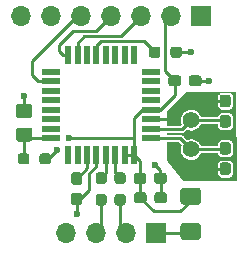
<source format=gtl>
G04 #@! TF.GenerationSoftware,KiCad,Pcbnew,(5.1.10)-1*
G04 #@! TF.CreationDate,2021-07-25T13:55:37-07:00*
G04 #@! TF.ProjectId,stat-monitor,73746174-2d6d-46f6-9e69-746f722e6b69,rev?*
G04 #@! TF.SameCoordinates,Original*
G04 #@! TF.FileFunction,Copper,L1,Top*
G04 #@! TF.FilePolarity,Positive*
%FSLAX46Y46*%
G04 Gerber Fmt 4.6, Leading zero omitted, Abs format (unit mm)*
G04 Created by KiCad (PCBNEW (5.1.10)-1) date 2021-07-25 13:55:37*
%MOMM*%
%LPD*%
G01*
G04 APERTURE LIST*
G04 #@! TA.AperFunction,ComponentPad*
%ADD10O,1.700000X1.700000*%
G04 #@! TD*
G04 #@! TA.AperFunction,ComponentPad*
%ADD11R,1.700000X1.700000*%
G04 #@! TD*
G04 #@! TA.AperFunction,SMDPad,CuDef*
%ADD12R,1.600000X0.550000*%
G04 #@! TD*
G04 #@! TA.AperFunction,SMDPad,CuDef*
%ADD13R,0.550000X1.600000*%
G04 #@! TD*
G04 #@! TA.AperFunction,ComponentPad*
%ADD14C,1.400000*%
G04 #@! TD*
G04 #@! TA.AperFunction,ViaPad*
%ADD15C,0.600000*%
G04 #@! TD*
G04 #@! TA.AperFunction,Conductor*
%ADD16C,0.250000*%
G04 #@! TD*
G04 #@! TA.AperFunction,Conductor*
%ADD17C,0.040000*%
G04 #@! TD*
G04 #@! TA.AperFunction,Conductor*
%ADD18C,0.100000*%
G04 #@! TD*
G04 APERTURE END LIST*
D10*
X176990000Y-120300000D03*
X179530000Y-120300000D03*
X182070000Y-120300000D03*
D11*
X184610000Y-120300000D03*
G04 #@! TA.AperFunction,SMDPad,CuDef*
G36*
G01*
X190262500Y-112619500D02*
X190737500Y-112619500D01*
G75*
G02*
X190975000Y-112857000I0J-237500D01*
G01*
X190975000Y-113457000D01*
G75*
G02*
X190737500Y-113694500I-237500J0D01*
G01*
X190262500Y-113694500D01*
G75*
G02*
X190025000Y-113457000I0J237500D01*
G01*
X190025000Y-112857000D01*
G75*
G02*
X190262500Y-112619500I237500J0D01*
G01*
G37*
G04 #@! TD.AperFunction*
G04 #@! TA.AperFunction,SMDPad,CuDef*
G36*
G01*
X190262500Y-114344500D02*
X190737500Y-114344500D01*
G75*
G02*
X190975000Y-114582000I0J-237500D01*
G01*
X190975000Y-115182000D01*
G75*
G02*
X190737500Y-115419500I-237500J0D01*
G01*
X190262500Y-115419500D01*
G75*
G02*
X190025000Y-115182000I0J237500D01*
G01*
X190025000Y-114582000D01*
G75*
G02*
X190262500Y-114344500I237500J0D01*
G01*
G37*
G04 #@! TD.AperFunction*
G04 #@! TA.AperFunction,SMDPad,CuDef*
G36*
G01*
X190737500Y-109683500D02*
X190262500Y-109683500D01*
G75*
G02*
X190025000Y-109446000I0J237500D01*
G01*
X190025000Y-108846000D01*
G75*
G02*
X190262500Y-108608500I237500J0D01*
G01*
X190737500Y-108608500D01*
G75*
G02*
X190975000Y-108846000I0J-237500D01*
G01*
X190975000Y-109446000D01*
G75*
G02*
X190737500Y-109683500I-237500J0D01*
G01*
G37*
G04 #@! TD.AperFunction*
G04 #@! TA.AperFunction,SMDPad,CuDef*
G36*
G01*
X190737500Y-111408500D02*
X190262500Y-111408500D01*
G75*
G02*
X190025000Y-111171000I0J237500D01*
G01*
X190025000Y-110571000D01*
G75*
G02*
X190262500Y-110333500I237500J0D01*
G01*
X190737500Y-110333500D01*
G75*
G02*
X190975000Y-110571000I0J-237500D01*
G01*
X190975000Y-111171000D01*
G75*
G02*
X190737500Y-111408500I-237500J0D01*
G01*
G37*
G04 #@! TD.AperFunction*
G04 #@! TA.AperFunction,SMDPad,CuDef*
G36*
G01*
X177689500Y-116911000D02*
X178164500Y-116911000D01*
G75*
G02*
X178402000Y-117148500I0J-237500D01*
G01*
X178402000Y-117748500D01*
G75*
G02*
X178164500Y-117986000I-237500J0D01*
G01*
X177689500Y-117986000D01*
G75*
G02*
X177452000Y-117748500I0J237500D01*
G01*
X177452000Y-117148500D01*
G75*
G02*
X177689500Y-116911000I237500J0D01*
G01*
G37*
G04 #@! TD.AperFunction*
G04 #@! TA.AperFunction,SMDPad,CuDef*
G36*
G01*
X177689500Y-115186000D02*
X178164500Y-115186000D01*
G75*
G02*
X178402000Y-115423500I0J-237500D01*
G01*
X178402000Y-116023500D01*
G75*
G02*
X178164500Y-116261000I-237500J0D01*
G01*
X177689500Y-116261000D01*
G75*
G02*
X177452000Y-116023500I0J237500D01*
G01*
X177452000Y-115423500D01*
G75*
G02*
X177689500Y-115186000I237500J0D01*
G01*
G37*
G04 #@! TD.AperFunction*
G04 #@! TA.AperFunction,SMDPad,CuDef*
G36*
G01*
X182750000Y-115934500D02*
X182750000Y-115459500D01*
G75*
G02*
X182987500Y-115222000I237500J0D01*
G01*
X183587500Y-115222000D01*
G75*
G02*
X183825000Y-115459500I0J-237500D01*
G01*
X183825000Y-115934500D01*
G75*
G02*
X183587500Y-116172000I-237500J0D01*
G01*
X182987500Y-116172000D01*
G75*
G02*
X182750000Y-115934500I0J237500D01*
G01*
G37*
G04 #@! TD.AperFunction*
G04 #@! TA.AperFunction,SMDPad,CuDef*
G36*
G01*
X184475000Y-115934500D02*
X184475000Y-115459500D01*
G75*
G02*
X184712500Y-115222000I237500J0D01*
G01*
X185312500Y-115222000D01*
G75*
G02*
X185550000Y-115459500I0J-237500D01*
G01*
X185550000Y-115934500D01*
G75*
G02*
X185312500Y-116172000I-237500J0D01*
G01*
X184712500Y-116172000D01*
G75*
G02*
X184475000Y-115934500I0J237500D01*
G01*
G37*
G04 #@! TD.AperFunction*
G04 #@! TA.AperFunction,SMDPad,CuDef*
G36*
G01*
X184501500Y-117585500D02*
X184501500Y-117110500D01*
G75*
G02*
X184739000Y-116873000I237500J0D01*
G01*
X185339000Y-116873000D01*
G75*
G02*
X185576500Y-117110500I0J-237500D01*
G01*
X185576500Y-117585500D01*
G75*
G02*
X185339000Y-117823000I-237500J0D01*
G01*
X184739000Y-117823000D01*
G75*
G02*
X184501500Y-117585500I0J237500D01*
G01*
G37*
G04 #@! TD.AperFunction*
G04 #@! TA.AperFunction,SMDPad,CuDef*
G36*
G01*
X182776500Y-117585500D02*
X182776500Y-117110500D01*
G75*
G02*
X183014000Y-116873000I237500J0D01*
G01*
X183614000Y-116873000D01*
G75*
G02*
X183851500Y-117110500I0J-237500D01*
G01*
X183851500Y-117585500D01*
G75*
G02*
X183614000Y-117823000I-237500J0D01*
G01*
X183014000Y-117823000D01*
G75*
G02*
X182776500Y-117585500I0J237500D01*
G01*
G37*
G04 #@! TD.AperFunction*
G04 #@! TA.AperFunction,SMDPad,CuDef*
G36*
G01*
X185697500Y-107679500D02*
X185697500Y-107204500D01*
G75*
G02*
X185935000Y-106967000I237500J0D01*
G01*
X186535000Y-106967000D01*
G75*
G02*
X186772500Y-107204500I0J-237500D01*
G01*
X186772500Y-107679500D01*
G75*
G02*
X186535000Y-107917000I-237500J0D01*
G01*
X185935000Y-107917000D01*
G75*
G02*
X185697500Y-107679500I0J237500D01*
G01*
G37*
G04 #@! TD.AperFunction*
G04 #@! TA.AperFunction,SMDPad,CuDef*
G36*
G01*
X187422500Y-107679500D02*
X187422500Y-107204500D01*
G75*
G02*
X187660000Y-106967000I237500J0D01*
G01*
X188260000Y-106967000D01*
G75*
G02*
X188497500Y-107204500I0J-237500D01*
G01*
X188497500Y-107679500D01*
G75*
G02*
X188260000Y-107917000I-237500J0D01*
G01*
X187660000Y-107917000D01*
G75*
G02*
X187422500Y-107679500I0J237500D01*
G01*
G37*
G04 #@! TD.AperFunction*
G04 #@! TA.AperFunction,SMDPad,CuDef*
G36*
G01*
X188204000Y-120908500D02*
X186954000Y-120908500D01*
G75*
G02*
X186704000Y-120658500I0J250000D01*
G01*
X186704000Y-119733500D01*
G75*
G02*
X186954000Y-119483500I250000J0D01*
G01*
X188204000Y-119483500D01*
G75*
G02*
X188454000Y-119733500I0J-250000D01*
G01*
X188454000Y-120658500D01*
G75*
G02*
X188204000Y-120908500I-250000J0D01*
G01*
G37*
G04 #@! TD.AperFunction*
G04 #@! TA.AperFunction,SMDPad,CuDef*
G36*
G01*
X188204000Y-117933500D02*
X186954000Y-117933500D01*
G75*
G02*
X186704000Y-117683500I0J250000D01*
G01*
X186704000Y-116758500D01*
G75*
G02*
X186954000Y-116508500I250000J0D01*
G01*
X188204000Y-116508500D01*
G75*
G02*
X188454000Y-116758500I0J-250000D01*
G01*
X188454000Y-117683500D01*
G75*
G02*
X188204000Y-117933500I-250000J0D01*
G01*
G37*
G04 #@! TD.AperFunction*
X188420000Y-101981000D03*
D10*
X185880000Y-101981000D03*
X183340000Y-101981000D03*
X180800000Y-101981000D03*
X178260000Y-101981000D03*
X175720000Y-101981000D03*
X173180000Y-101981000D03*
G04 #@! TA.AperFunction,SMDPad,CuDef*
G36*
G01*
X179762500Y-115200000D02*
X180237500Y-115200000D01*
G75*
G02*
X180475000Y-115437500I0J-237500D01*
G01*
X180475000Y-115937500D01*
G75*
G02*
X180237500Y-116175000I-237500J0D01*
G01*
X179762500Y-116175000D01*
G75*
G02*
X179525000Y-115937500I0J237500D01*
G01*
X179525000Y-115437500D01*
G75*
G02*
X179762500Y-115200000I237500J0D01*
G01*
G37*
G04 #@! TD.AperFunction*
G04 #@! TA.AperFunction,SMDPad,CuDef*
G36*
G01*
X179762500Y-117025000D02*
X180237500Y-117025000D01*
G75*
G02*
X180475000Y-117262500I0J-237500D01*
G01*
X180475000Y-117762500D01*
G75*
G02*
X180237500Y-118000000I-237500J0D01*
G01*
X179762500Y-118000000D01*
G75*
G02*
X179525000Y-117762500I0J237500D01*
G01*
X179525000Y-117262500D01*
G75*
G02*
X179762500Y-117025000I237500J0D01*
G01*
G37*
G04 #@! TD.AperFunction*
G04 #@! TA.AperFunction,SMDPad,CuDef*
G36*
G01*
X181362500Y-117025000D02*
X181837500Y-117025000D01*
G75*
G02*
X182075000Y-117262500I0J-237500D01*
G01*
X182075000Y-117762500D01*
G75*
G02*
X181837500Y-118000000I-237500J0D01*
G01*
X181362500Y-118000000D01*
G75*
G02*
X181125000Y-117762500I0J237500D01*
G01*
X181125000Y-117262500D01*
G75*
G02*
X181362500Y-117025000I237500J0D01*
G01*
G37*
G04 #@! TD.AperFunction*
G04 #@! TA.AperFunction,SMDPad,CuDef*
G36*
G01*
X181362500Y-115200000D02*
X181837500Y-115200000D01*
G75*
G02*
X182075000Y-115437500I0J-237500D01*
G01*
X182075000Y-115937500D01*
G75*
G02*
X181837500Y-116175000I-237500J0D01*
G01*
X181362500Y-116175000D01*
G75*
G02*
X181125000Y-115937500I0J237500D01*
G01*
X181125000Y-115437500D01*
G75*
G02*
X181362500Y-115200000I237500J0D01*
G01*
G37*
G04 #@! TD.AperFunction*
G04 #@! TA.AperFunction,SMDPad,CuDef*
G36*
G01*
X172947500Y-114283500D02*
X172947500Y-113808500D01*
G75*
G02*
X173185000Y-113571000I237500J0D01*
G01*
X173685000Y-113571000D01*
G75*
G02*
X173922500Y-113808500I0J-237500D01*
G01*
X173922500Y-114283500D01*
G75*
G02*
X173685000Y-114521000I-237500J0D01*
G01*
X173185000Y-114521000D01*
G75*
G02*
X172947500Y-114283500I0J237500D01*
G01*
G37*
G04 #@! TD.AperFunction*
G04 #@! TA.AperFunction,SMDPad,CuDef*
G36*
G01*
X174772500Y-114283500D02*
X174772500Y-113808500D01*
G75*
G02*
X175010000Y-113571000I237500J0D01*
G01*
X175510000Y-113571000D01*
G75*
G02*
X175747500Y-113808500I0J-237500D01*
G01*
X175747500Y-114283500D01*
G75*
G02*
X175510000Y-114521000I-237500J0D01*
G01*
X175010000Y-114521000D01*
G75*
G02*
X174772500Y-114283500I0J237500D01*
G01*
G37*
G04 #@! TD.AperFunction*
G04 #@! TA.AperFunction,SMDPad,CuDef*
G36*
G01*
X185018500Y-104791500D02*
X185018500Y-105266500D01*
G75*
G02*
X184781000Y-105504000I-237500J0D01*
G01*
X184281000Y-105504000D01*
G75*
G02*
X184043500Y-105266500I0J237500D01*
G01*
X184043500Y-104791500D01*
G75*
G02*
X184281000Y-104554000I237500J0D01*
G01*
X184781000Y-104554000D01*
G75*
G02*
X185018500Y-104791500I0J-237500D01*
G01*
G37*
G04 #@! TD.AperFunction*
G04 #@! TA.AperFunction,SMDPad,CuDef*
G36*
G01*
X186843500Y-104791500D02*
X186843500Y-105266500D01*
G75*
G02*
X186606000Y-105504000I-237500J0D01*
G01*
X186106000Y-105504000D01*
G75*
G02*
X185868500Y-105266500I0J237500D01*
G01*
X185868500Y-104791500D01*
G75*
G02*
X186106000Y-104554000I237500J0D01*
G01*
X186606000Y-104554000D01*
G75*
G02*
X186843500Y-104791500I0J-237500D01*
G01*
G37*
G04 #@! TD.AperFunction*
G04 #@! TA.AperFunction,SMDPad,CuDef*
G36*
G01*
X173031999Y-109398000D02*
X173932001Y-109398000D01*
G75*
G02*
X174182000Y-109647999I0J-249999D01*
G01*
X174182000Y-110348001D01*
G75*
G02*
X173932001Y-110598000I-249999J0D01*
G01*
X173031999Y-110598000D01*
G75*
G02*
X172782000Y-110348001I0J249999D01*
G01*
X172782000Y-109647999D01*
G75*
G02*
X173031999Y-109398000I249999J0D01*
G01*
G37*
G04 #@! TD.AperFunction*
G04 #@! TA.AperFunction,SMDPad,CuDef*
G36*
G01*
X173031999Y-111398000D02*
X173932001Y-111398000D01*
G75*
G02*
X174182000Y-111647999I0J-249999D01*
G01*
X174182000Y-112348001D01*
G75*
G02*
X173932001Y-112598000I-249999J0D01*
G01*
X173031999Y-112598000D01*
G75*
G02*
X172782000Y-112348001I0J249999D01*
G01*
X172782000Y-111647999D01*
G75*
G02*
X173031999Y-111398000I249999J0D01*
G01*
G37*
G04 #@! TD.AperFunction*
D12*
X184250000Y-112300000D03*
X184250000Y-111500000D03*
X184250000Y-110700000D03*
X184250000Y-109900000D03*
X184250000Y-109100000D03*
X184250000Y-108300000D03*
X184250000Y-107500000D03*
X184250000Y-106700000D03*
D13*
X182800000Y-105250000D03*
X182000000Y-105250000D03*
X181200000Y-105250000D03*
X180400000Y-105250000D03*
X179600000Y-105250000D03*
X178800000Y-105250000D03*
X178000000Y-105250000D03*
X177200000Y-105250000D03*
D12*
X175750000Y-106700000D03*
X175750000Y-107500000D03*
X175750000Y-108300000D03*
X175750000Y-109100000D03*
X175750000Y-109900000D03*
X175750000Y-110700000D03*
X175750000Y-111500000D03*
X175750000Y-112300000D03*
D13*
X177200000Y-113750000D03*
X178000000Y-113750000D03*
X178800000Y-113750000D03*
X179600000Y-113750000D03*
X180400000Y-113750000D03*
X181200000Y-113750000D03*
X182000000Y-113750000D03*
X182800000Y-113750000D03*
D14*
X187579000Y-113244000D03*
X187579000Y-110744000D03*
D15*
X184531000Y-114554000D03*
X173482000Y-108712000D03*
X188849000Y-115316000D03*
X188849000Y-108839000D03*
X187579000Y-105029000D03*
X189103000Y-107442000D03*
X177927000Y-118745000D03*
X176276000Y-113284000D03*
X177292000Y-112268000D03*
D16*
X186635000Y-112300000D02*
X187579000Y-113244000D01*
X184250000Y-112300000D02*
X186635000Y-112300000D01*
X190413000Y-113244000D02*
X190500000Y-113157000D01*
X187579000Y-113244000D02*
X190413000Y-113244000D01*
X184250000Y-110700000D02*
X185845000Y-110700000D01*
X190500000Y-109146000D02*
X189558000Y-109146000D01*
X190500000Y-114882000D02*
X189537000Y-114882000D01*
X185039000Y-115723500D02*
X185012500Y-115697000D01*
X185039000Y-117348000D02*
X185039000Y-115723500D01*
X185012500Y-115035500D02*
X184531000Y-114554000D01*
X185012500Y-115697000D02*
X185012500Y-115035500D01*
X173482000Y-109998000D02*
X173482000Y-108712000D01*
X186356000Y-105029000D02*
X187579000Y-105029000D01*
X179600000Y-114686910D02*
X179600000Y-113750000D01*
X178943000Y-115343910D02*
X179600000Y-114686910D01*
X178943000Y-116713000D02*
X178943000Y-115343910D01*
X178207500Y-117448500D02*
X178943000Y-116713000D01*
X177927000Y-117448500D02*
X178207500Y-117448500D01*
X187960000Y-107442000D02*
X189103000Y-107442000D01*
X177927000Y-117448500D02*
X177927000Y-118745000D01*
X186823000Y-111500000D02*
X187579000Y-110744000D01*
X184250000Y-111500000D02*
X186823000Y-111500000D01*
X190373000Y-110744000D02*
X190500000Y-110871000D01*
X187579000Y-110744000D02*
X190373000Y-110744000D01*
X178800000Y-114850500D02*
X178800000Y-113750000D01*
X177927000Y-115723500D02*
X178800000Y-114850500D01*
X183314000Y-114264000D02*
X182800000Y-113750000D01*
X183314000Y-117348000D02*
X183314000Y-114264000D01*
X182800000Y-113750000D02*
X182000000Y-113750000D01*
X183470000Y-109900000D02*
X184250000Y-109900000D01*
X182800000Y-110570000D02*
X183470000Y-109900000D01*
X186690000Y-118491000D02*
X187579000Y-117602000D01*
X184457000Y-118491000D02*
X186690000Y-118491000D01*
X183314000Y-117348000D02*
X184457000Y-118491000D01*
X175514000Y-114046000D02*
X176276000Y-113284000D01*
X175260000Y-114046000D02*
X175514000Y-114046000D01*
X182753000Y-112268000D02*
X182800000Y-112221000D01*
X177292000Y-112268000D02*
X182753000Y-112268000D01*
X182800000Y-112221000D02*
X182800000Y-110570000D01*
X182800000Y-113750000D02*
X182800000Y-112221000D01*
X186235000Y-108659000D02*
X186235000Y-107442000D01*
X184994000Y-109900000D02*
X186235000Y-108659000D01*
X184250000Y-109900000D02*
X184994000Y-109900000D01*
X185420000Y-102441000D02*
X185880000Y-101981000D01*
X185420000Y-106627000D02*
X185420000Y-102441000D01*
X186235000Y-107442000D02*
X185420000Y-106627000D01*
X187302000Y-120300000D02*
X187579000Y-120577000D01*
X184610000Y-120300000D02*
X187302000Y-120300000D01*
X178000000Y-105250000D02*
X178000000Y-104200000D01*
X178000000Y-104200000D02*
X178562489Y-103637511D01*
X178562489Y-103637511D02*
X179779900Y-103637511D01*
X179779900Y-103637511D02*
X179785411Y-103632000D01*
X181689000Y-103632000D02*
X183340000Y-101981000D01*
X179785411Y-103632000D02*
X181689000Y-103632000D01*
X177200000Y-105250000D02*
X176751000Y-105250000D01*
X176751000Y-105250000D02*
X176403000Y-104902000D01*
X176403000Y-104902000D02*
X176403000Y-104394000D01*
X176403000Y-104394000D02*
X177609500Y-103187500D01*
X177609500Y-103187500D02*
X179593500Y-103187500D01*
X179593500Y-103187500D02*
X180800000Y-101981000D01*
X177927000Y-101981000D02*
X178260000Y-101981000D01*
X174117000Y-105791000D02*
X177927000Y-101981000D01*
X174117000Y-106989000D02*
X174117000Y-105791000D01*
X174628000Y-107500000D02*
X174117000Y-106989000D01*
X175750000Y-107500000D02*
X174628000Y-107500000D01*
X173435000Y-112045000D02*
X173482000Y-111998000D01*
X173435000Y-114046000D02*
X173435000Y-112045000D01*
X173784000Y-112300000D02*
X173482000Y-111998000D01*
X175750000Y-112300000D02*
X173784000Y-112300000D01*
X183584011Y-104082011D02*
X184531000Y-105029000D01*
X180016989Y-104082011D02*
X183584011Y-104082011D01*
X179600000Y-104499000D02*
X180016989Y-104082011D01*
X179600000Y-105250000D02*
X179600000Y-104499000D01*
X181600000Y-119830000D02*
X182070000Y-120300000D01*
X181600000Y-117512500D02*
X181600000Y-119830000D01*
X180000000Y-119830000D02*
X179530000Y-120300000D01*
X180000000Y-117512500D02*
X180000000Y-119830000D01*
X180400000Y-115287500D02*
X180400000Y-113750000D01*
X180000000Y-115687500D02*
X180400000Y-115287500D01*
X181200000Y-115287500D02*
X181200000Y-113750000D01*
X181600000Y-115687500D02*
X181200000Y-115287500D01*
D17*
X191416370Y-115804000D02*
X186921664Y-115804000D01*
X185911164Y-114582000D01*
X189803936Y-114582000D01*
X189803936Y-115182000D01*
X189812747Y-115271461D01*
X189838842Y-115357485D01*
X189881218Y-115436765D01*
X189938246Y-115506254D01*
X190007735Y-115563282D01*
X190087015Y-115605658D01*
X190173039Y-115631753D01*
X190262500Y-115640564D01*
X190737500Y-115640564D01*
X190826961Y-115631753D01*
X190912985Y-115605658D01*
X190992265Y-115563282D01*
X191061754Y-115506254D01*
X191118782Y-115436765D01*
X191161158Y-115357485D01*
X191187253Y-115271461D01*
X191196064Y-115182000D01*
X191196064Y-114582000D01*
X191187253Y-114492539D01*
X191161158Y-114406515D01*
X191118782Y-114327235D01*
X191061754Y-114257746D01*
X190992265Y-114200718D01*
X190912985Y-114158342D01*
X190826961Y-114132247D01*
X190737500Y-114123436D01*
X190262500Y-114123436D01*
X190173039Y-114132247D01*
X190087015Y-114158342D01*
X190007735Y-114200718D01*
X189938246Y-114257746D01*
X189881218Y-114327235D01*
X189838842Y-114406515D01*
X189812747Y-114492539D01*
X189803936Y-114582000D01*
X185911164Y-114582000D01*
X185567000Y-114165802D01*
X185567000Y-112645000D01*
X186492097Y-112645000D01*
X186731960Y-112884863D01*
X186694356Y-112975646D01*
X186659000Y-113153388D01*
X186659000Y-113334612D01*
X186694356Y-113512354D01*
X186763707Y-113679783D01*
X186864390Y-113830466D01*
X186992534Y-113958610D01*
X187143217Y-114059293D01*
X187310646Y-114128644D01*
X187488388Y-114164000D01*
X187669612Y-114164000D01*
X187847354Y-114128644D01*
X188014783Y-114059293D01*
X188165466Y-113958610D01*
X188293610Y-113830466D01*
X188394293Y-113679783D01*
X188431896Y-113589000D01*
X189825651Y-113589000D01*
X189838842Y-113632485D01*
X189881218Y-113711765D01*
X189938246Y-113781254D01*
X190007735Y-113838282D01*
X190087015Y-113880658D01*
X190173039Y-113906753D01*
X190262500Y-113915564D01*
X190737500Y-113915564D01*
X190826961Y-113906753D01*
X190912985Y-113880658D01*
X190992265Y-113838282D01*
X191061754Y-113781254D01*
X191118782Y-113711765D01*
X191161158Y-113632485D01*
X191187253Y-113546461D01*
X191196064Y-113457000D01*
X191196064Y-112857000D01*
X191187253Y-112767539D01*
X191161158Y-112681515D01*
X191118782Y-112602235D01*
X191061754Y-112532746D01*
X190992265Y-112475718D01*
X190912985Y-112433342D01*
X190826961Y-112407247D01*
X190737500Y-112398436D01*
X190262500Y-112398436D01*
X190173039Y-112407247D01*
X190087015Y-112433342D01*
X190007735Y-112475718D01*
X189938246Y-112532746D01*
X189881218Y-112602235D01*
X189838842Y-112681515D01*
X189812747Y-112767539D01*
X189803936Y-112857000D01*
X189803936Y-112899000D01*
X188431896Y-112899000D01*
X188394293Y-112808217D01*
X188293610Y-112657534D01*
X188165466Y-112529390D01*
X188014783Y-112428707D01*
X187847354Y-112359356D01*
X187669612Y-112324000D01*
X187488388Y-112324000D01*
X187310646Y-112359356D01*
X187219863Y-112396960D01*
X186890938Y-112068035D01*
X186880132Y-112054868D01*
X186827599Y-112011755D01*
X186767664Y-111979720D01*
X186702632Y-111959992D01*
X186651946Y-111955000D01*
X186651938Y-111955000D01*
X186635000Y-111953332D01*
X186618062Y-111955000D01*
X185567000Y-111955000D01*
X185567000Y-111845000D01*
X186806062Y-111845000D01*
X186823000Y-111846668D01*
X186839938Y-111845000D01*
X186839946Y-111845000D01*
X186890632Y-111840008D01*
X186955664Y-111820280D01*
X187015599Y-111788245D01*
X187068132Y-111745132D01*
X187078938Y-111731965D01*
X187219863Y-111591041D01*
X187310646Y-111628644D01*
X187488388Y-111664000D01*
X187669612Y-111664000D01*
X187847354Y-111628644D01*
X188014783Y-111559293D01*
X188165466Y-111458610D01*
X188293610Y-111330466D01*
X188394293Y-111179783D01*
X188431896Y-111089000D01*
X189803936Y-111089000D01*
X189803936Y-111171000D01*
X189812747Y-111260461D01*
X189838842Y-111346485D01*
X189881218Y-111425765D01*
X189938246Y-111495254D01*
X190007735Y-111552282D01*
X190087015Y-111594658D01*
X190173039Y-111620753D01*
X190262500Y-111629564D01*
X190737500Y-111629564D01*
X190826961Y-111620753D01*
X190912985Y-111594658D01*
X190992265Y-111552282D01*
X191061754Y-111495254D01*
X191118782Y-111425765D01*
X191161158Y-111346485D01*
X191187253Y-111260461D01*
X191196064Y-111171000D01*
X191196064Y-110571000D01*
X191187253Y-110481539D01*
X191161158Y-110395515D01*
X191118782Y-110316235D01*
X191061754Y-110246746D01*
X190992265Y-110189718D01*
X190912985Y-110147342D01*
X190826961Y-110121247D01*
X190737500Y-110112436D01*
X190262500Y-110112436D01*
X190173039Y-110121247D01*
X190087015Y-110147342D01*
X190007735Y-110189718D01*
X189938246Y-110246746D01*
X189881218Y-110316235D01*
X189838842Y-110395515D01*
X189837785Y-110399000D01*
X188431896Y-110399000D01*
X188394293Y-110308217D01*
X188293610Y-110157534D01*
X188165466Y-110029390D01*
X188014783Y-109928707D01*
X187847354Y-109859356D01*
X187669612Y-109824000D01*
X187488388Y-109824000D01*
X187310646Y-109859356D01*
X187143217Y-109928707D01*
X186992534Y-110029390D01*
X186864390Y-110157534D01*
X186763707Y-110308217D01*
X186694356Y-110475646D01*
X186659000Y-110653388D01*
X186659000Y-110834612D01*
X186694356Y-111012354D01*
X186731959Y-111103137D01*
X186680097Y-111155000D01*
X185567000Y-111155000D01*
X185567000Y-110116854D01*
X186747079Y-108846000D01*
X189803936Y-108846000D01*
X189803936Y-109446000D01*
X189812747Y-109535461D01*
X189838842Y-109621485D01*
X189881218Y-109700765D01*
X189938246Y-109770254D01*
X190007735Y-109827282D01*
X190087015Y-109869658D01*
X190173039Y-109895753D01*
X190262500Y-109904564D01*
X190737500Y-109904564D01*
X190826961Y-109895753D01*
X190912985Y-109869658D01*
X190992265Y-109827282D01*
X191061754Y-109770254D01*
X191118782Y-109700765D01*
X191161158Y-109621485D01*
X191187253Y-109535461D01*
X191196064Y-109446000D01*
X191196064Y-108846000D01*
X191187253Y-108756539D01*
X191161158Y-108670515D01*
X191118782Y-108591235D01*
X191061754Y-108521746D01*
X190992265Y-108464718D01*
X190912985Y-108422342D01*
X190826961Y-108396247D01*
X190737500Y-108387436D01*
X190262500Y-108387436D01*
X190173039Y-108396247D01*
X190087015Y-108422342D01*
X190007735Y-108464718D01*
X189938246Y-108521746D01*
X189881218Y-108591235D01*
X189838842Y-108670515D01*
X189812747Y-108756539D01*
X189803936Y-108846000D01*
X186747079Y-108846000D01*
X187206722Y-108351000D01*
X191321628Y-108351000D01*
X191416370Y-115804000D01*
G04 #@! TA.AperFunction,Conductor*
D18*
G36*
X191416370Y-115804000D02*
G01*
X186921664Y-115804000D01*
X185911164Y-114582000D01*
X189803936Y-114582000D01*
X189803936Y-115182000D01*
X189812747Y-115271461D01*
X189838842Y-115357485D01*
X189881218Y-115436765D01*
X189938246Y-115506254D01*
X190007735Y-115563282D01*
X190087015Y-115605658D01*
X190173039Y-115631753D01*
X190262500Y-115640564D01*
X190737500Y-115640564D01*
X190826961Y-115631753D01*
X190912985Y-115605658D01*
X190992265Y-115563282D01*
X191061754Y-115506254D01*
X191118782Y-115436765D01*
X191161158Y-115357485D01*
X191187253Y-115271461D01*
X191196064Y-115182000D01*
X191196064Y-114582000D01*
X191187253Y-114492539D01*
X191161158Y-114406515D01*
X191118782Y-114327235D01*
X191061754Y-114257746D01*
X190992265Y-114200718D01*
X190912985Y-114158342D01*
X190826961Y-114132247D01*
X190737500Y-114123436D01*
X190262500Y-114123436D01*
X190173039Y-114132247D01*
X190087015Y-114158342D01*
X190007735Y-114200718D01*
X189938246Y-114257746D01*
X189881218Y-114327235D01*
X189838842Y-114406515D01*
X189812747Y-114492539D01*
X189803936Y-114582000D01*
X185911164Y-114582000D01*
X185567000Y-114165802D01*
X185567000Y-112645000D01*
X186492097Y-112645000D01*
X186731960Y-112884863D01*
X186694356Y-112975646D01*
X186659000Y-113153388D01*
X186659000Y-113334612D01*
X186694356Y-113512354D01*
X186763707Y-113679783D01*
X186864390Y-113830466D01*
X186992534Y-113958610D01*
X187143217Y-114059293D01*
X187310646Y-114128644D01*
X187488388Y-114164000D01*
X187669612Y-114164000D01*
X187847354Y-114128644D01*
X188014783Y-114059293D01*
X188165466Y-113958610D01*
X188293610Y-113830466D01*
X188394293Y-113679783D01*
X188431896Y-113589000D01*
X189825651Y-113589000D01*
X189838842Y-113632485D01*
X189881218Y-113711765D01*
X189938246Y-113781254D01*
X190007735Y-113838282D01*
X190087015Y-113880658D01*
X190173039Y-113906753D01*
X190262500Y-113915564D01*
X190737500Y-113915564D01*
X190826961Y-113906753D01*
X190912985Y-113880658D01*
X190992265Y-113838282D01*
X191061754Y-113781254D01*
X191118782Y-113711765D01*
X191161158Y-113632485D01*
X191187253Y-113546461D01*
X191196064Y-113457000D01*
X191196064Y-112857000D01*
X191187253Y-112767539D01*
X191161158Y-112681515D01*
X191118782Y-112602235D01*
X191061754Y-112532746D01*
X190992265Y-112475718D01*
X190912985Y-112433342D01*
X190826961Y-112407247D01*
X190737500Y-112398436D01*
X190262500Y-112398436D01*
X190173039Y-112407247D01*
X190087015Y-112433342D01*
X190007735Y-112475718D01*
X189938246Y-112532746D01*
X189881218Y-112602235D01*
X189838842Y-112681515D01*
X189812747Y-112767539D01*
X189803936Y-112857000D01*
X189803936Y-112899000D01*
X188431896Y-112899000D01*
X188394293Y-112808217D01*
X188293610Y-112657534D01*
X188165466Y-112529390D01*
X188014783Y-112428707D01*
X187847354Y-112359356D01*
X187669612Y-112324000D01*
X187488388Y-112324000D01*
X187310646Y-112359356D01*
X187219863Y-112396960D01*
X186890938Y-112068035D01*
X186880132Y-112054868D01*
X186827599Y-112011755D01*
X186767664Y-111979720D01*
X186702632Y-111959992D01*
X186651946Y-111955000D01*
X186651938Y-111955000D01*
X186635000Y-111953332D01*
X186618062Y-111955000D01*
X185567000Y-111955000D01*
X185567000Y-111845000D01*
X186806062Y-111845000D01*
X186823000Y-111846668D01*
X186839938Y-111845000D01*
X186839946Y-111845000D01*
X186890632Y-111840008D01*
X186955664Y-111820280D01*
X187015599Y-111788245D01*
X187068132Y-111745132D01*
X187078938Y-111731965D01*
X187219863Y-111591041D01*
X187310646Y-111628644D01*
X187488388Y-111664000D01*
X187669612Y-111664000D01*
X187847354Y-111628644D01*
X188014783Y-111559293D01*
X188165466Y-111458610D01*
X188293610Y-111330466D01*
X188394293Y-111179783D01*
X188431896Y-111089000D01*
X189803936Y-111089000D01*
X189803936Y-111171000D01*
X189812747Y-111260461D01*
X189838842Y-111346485D01*
X189881218Y-111425765D01*
X189938246Y-111495254D01*
X190007735Y-111552282D01*
X190087015Y-111594658D01*
X190173039Y-111620753D01*
X190262500Y-111629564D01*
X190737500Y-111629564D01*
X190826961Y-111620753D01*
X190912985Y-111594658D01*
X190992265Y-111552282D01*
X191061754Y-111495254D01*
X191118782Y-111425765D01*
X191161158Y-111346485D01*
X191187253Y-111260461D01*
X191196064Y-111171000D01*
X191196064Y-110571000D01*
X191187253Y-110481539D01*
X191161158Y-110395515D01*
X191118782Y-110316235D01*
X191061754Y-110246746D01*
X190992265Y-110189718D01*
X190912985Y-110147342D01*
X190826961Y-110121247D01*
X190737500Y-110112436D01*
X190262500Y-110112436D01*
X190173039Y-110121247D01*
X190087015Y-110147342D01*
X190007735Y-110189718D01*
X189938246Y-110246746D01*
X189881218Y-110316235D01*
X189838842Y-110395515D01*
X189837785Y-110399000D01*
X188431896Y-110399000D01*
X188394293Y-110308217D01*
X188293610Y-110157534D01*
X188165466Y-110029390D01*
X188014783Y-109928707D01*
X187847354Y-109859356D01*
X187669612Y-109824000D01*
X187488388Y-109824000D01*
X187310646Y-109859356D01*
X187143217Y-109928707D01*
X186992534Y-110029390D01*
X186864390Y-110157534D01*
X186763707Y-110308217D01*
X186694356Y-110475646D01*
X186659000Y-110653388D01*
X186659000Y-110834612D01*
X186694356Y-111012354D01*
X186731959Y-111103137D01*
X186680097Y-111155000D01*
X185567000Y-111155000D01*
X185567000Y-110116854D01*
X186747079Y-108846000D01*
X189803936Y-108846000D01*
X189803936Y-109446000D01*
X189812747Y-109535461D01*
X189838842Y-109621485D01*
X189881218Y-109700765D01*
X189938246Y-109770254D01*
X190007735Y-109827282D01*
X190087015Y-109869658D01*
X190173039Y-109895753D01*
X190262500Y-109904564D01*
X190737500Y-109904564D01*
X190826961Y-109895753D01*
X190912985Y-109869658D01*
X190992265Y-109827282D01*
X191061754Y-109770254D01*
X191118782Y-109700765D01*
X191161158Y-109621485D01*
X191187253Y-109535461D01*
X191196064Y-109446000D01*
X191196064Y-108846000D01*
X191187253Y-108756539D01*
X191161158Y-108670515D01*
X191118782Y-108591235D01*
X191061754Y-108521746D01*
X190992265Y-108464718D01*
X190912985Y-108422342D01*
X190826961Y-108396247D01*
X190737500Y-108387436D01*
X190262500Y-108387436D01*
X190173039Y-108396247D01*
X190087015Y-108422342D01*
X190007735Y-108464718D01*
X189938246Y-108521746D01*
X189881218Y-108591235D01*
X189838842Y-108670515D01*
X189812747Y-108756539D01*
X189803936Y-108846000D01*
X186747079Y-108846000D01*
X187206722Y-108351000D01*
X191321628Y-108351000D01*
X191416370Y-115804000D01*
G37*
G04 #@! TD.AperFunction*
M02*

</source>
